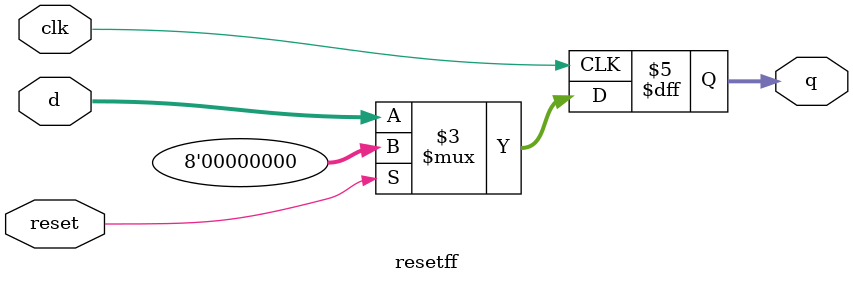
<source format=sv>
module resetff #(parameter WIDTH=8)
                (input logic [WIDTH - 1:0]  d,
		 input logic reset, clk,
		 output logic [WIDTH - 1:0] q);
   
   always_ff @(posedge clk)
     begin
	if(reset) q <= 0;
	else q <= d;
     end
endmodule // resetff

</source>
